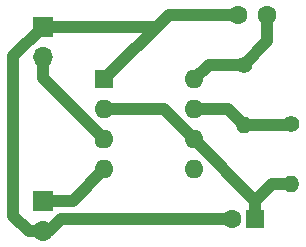
<source format=gtl>
G04 #@! TF.GenerationSoftware,KiCad,Pcbnew,8.0.7*
G04 #@! TF.CreationDate,2025-01-21T22:00:36-05:00*
G04 #@! TF.ProjectId,A-Stable,412d5374-6162-46c6-952e-6b696361645f,rev?*
G04 #@! TF.SameCoordinates,Original*
G04 #@! TF.FileFunction,Copper,L1,Top*
G04 #@! TF.FilePolarity,Positive*
%FSLAX46Y46*%
G04 Gerber Fmt 4.6, Leading zero omitted, Abs format (unit mm)*
G04 Created by KiCad (PCBNEW 8.0.7) date 2025-01-21 22:00:36*
%MOMM*%
%LPD*%
G01*
G04 APERTURE LIST*
G04 #@! TA.AperFunction,ComponentPad*
%ADD10R,1.700000X1.700000*%
G04 #@! TD*
G04 #@! TA.AperFunction,ComponentPad*
%ADD11O,1.700000X1.700000*%
G04 #@! TD*
G04 #@! TA.AperFunction,ComponentPad*
%ADD12R,1.600000X1.600000*%
G04 #@! TD*
G04 #@! TA.AperFunction,ComponentPad*
%ADD13O,1.600000X1.600000*%
G04 #@! TD*
G04 #@! TA.AperFunction,ComponentPad*
%ADD14C,1.400000*%
G04 #@! TD*
G04 #@! TA.AperFunction,ComponentPad*
%ADD15O,1.400000X1.400000*%
G04 #@! TD*
G04 #@! TA.AperFunction,ComponentPad*
%ADD16C,1.600000*%
G04 #@! TD*
G04 #@! TA.AperFunction,Conductor*
%ADD17C,1.016000*%
G04 #@! TD*
G04 APERTURE END LIST*
D10*
X142500000Y-88725000D03*
D11*
X142500000Y-91265000D03*
D12*
X147700000Y-93200000D03*
D13*
X147700000Y-95740000D03*
X147700000Y-98280000D03*
X147700000Y-100820000D03*
X155320000Y-100820000D03*
X155320000Y-98280000D03*
X155320000Y-95740000D03*
X155320000Y-93200000D03*
D10*
X142500000Y-103500000D03*
D11*
X142500000Y-106040000D03*
D14*
X159500000Y-91960000D03*
D15*
X159500000Y-97040000D03*
D14*
X163500000Y-96960000D03*
D15*
X163500000Y-102040000D03*
D16*
X161500000Y-87750000D03*
X159000000Y-87750000D03*
D12*
X160500000Y-105044888D03*
D16*
X158500000Y-105044888D03*
D17*
X142500000Y-88725000D02*
X152175000Y-88725000D01*
X152175000Y-88725000D02*
X153150000Y-87750000D01*
X153150000Y-87750000D02*
X147700000Y-93200000D01*
X159000000Y-87750000D02*
X153150000Y-87750000D01*
X142500000Y-91265000D02*
X142500000Y-93080000D01*
X142500000Y-93080000D02*
X147700000Y-98280000D01*
X140000000Y-91225000D02*
X142500000Y-88725000D01*
X140000000Y-104742081D02*
X140000000Y-91225000D01*
X142500000Y-106040000D02*
X143040000Y-106040000D01*
X143040000Y-106040000D02*
X144035112Y-105044888D01*
X140000000Y-104742081D02*
X141297919Y-106040000D01*
X144035112Y-105044888D02*
X158500000Y-105044888D01*
X141297919Y-106040000D02*
X142500000Y-106040000D01*
X160500000Y-103460000D02*
X160500000Y-105044888D01*
X161920000Y-102040000D02*
X160500000Y-103460000D01*
X163500000Y-102040000D02*
X161920000Y-102040000D01*
X147700000Y-95740000D02*
X152780000Y-95740000D01*
X155320000Y-98280000D02*
X160500000Y-103460000D01*
X152780000Y-95740000D02*
X155320000Y-98280000D01*
X161500000Y-87750000D02*
X161500000Y-89960000D01*
X142500000Y-103500000D02*
X145020000Y-103500000D01*
X161500000Y-89960000D02*
X159500000Y-91960000D01*
X159500000Y-91960000D02*
X156560000Y-91960000D01*
X156560000Y-91960000D02*
X155320000Y-93200000D01*
X145020000Y-103500000D02*
X147700000Y-100820000D01*
X163420000Y-97040000D02*
X163500000Y-96960000D01*
X159500000Y-97040000D02*
X163420000Y-97040000D01*
X155320000Y-95740000D02*
X158200000Y-95740000D01*
X158200000Y-95740000D02*
X159500000Y-97040000D01*
X147440000Y-98540000D02*
X147700000Y-98280000D01*
M02*

</source>
